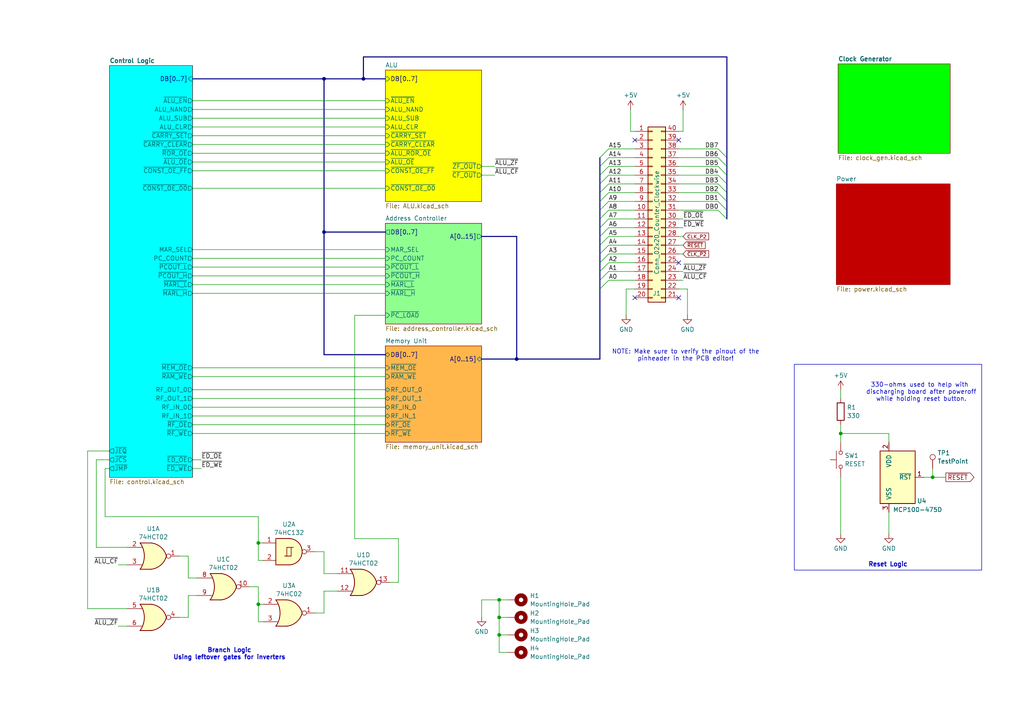
<source format=kicad_sch>
(kicad_sch (version 20231120) (generator "eeschema") (generator_version "8.0")
  (paper "A4")
  (title_block (title "TCPU816") (date "2025-01-31") (rev "1.1") (company "Designed by Kevin Williams - toastland.net") (comment 1 "STILL UNDER DEVELOPMENT"))
  (lib_symbols
    (symbol "74xx:74HC02" (pin_names (offset 1.016))
      (property "Reference" "U" (at 0 1.27 0))
      (property "Value" "74HC02" (at 0 -1.27 0))
      (symbol "74HC02_1_1"
        (arc (start -3.81 -3.81) (mid -2.589 0) (end -3.81 3.81) (stroke (width 0.254)))
        (arc (start -0.6096 -3.81) (mid 2.1842 -2.5851) (end 3.81 0) (stroke (width 0.254)) (fill (type background)))
        (polyline (pts (xy -3.81 -3.81) (xy -0.635 -3.81)) (stroke (width 0.254)) (fill (type background)))
        (polyline (pts (xy -3.81 3.81) (xy -0.635 3.81)) (stroke (width 0.254)) (fill (type background)))
        (polyline (pts (xy -0.635 3.81) (xy -3.81 3.81) (xy -3.81 3.81) (xy -3.556 3.4036) (xy -3.0226 2.2606) (xy -2.6924 1.0414) (xy -2.6162 -0.254) (xy -2.7686 -1.4986) (xy -3.175 -2.7178) (xy -3.81 -3.81) (xy -3.81 -3.81) (xy -0.635 -3.81)) (stroke (width -25.4)) (fill (type background)))
        (arc (start 3.81 0) (mid 2.1915 2.5936) (end -0.6096 3.81) (stroke (width 0.254)) (fill (type background)))
        (pin output inverted (at 7.62 0 180) (length 3.81) (name "~") (number "1"))
        (pin input line (at -7.62 2.54 0) (length 4.318) (name "~") (number "2"))
        (pin input line (at -7.62 -2.54 0) (length 4.318) (name "~") (number "3"))
      )
      (symbol "74HC02_1_2"
        (arc (start 0 -3.81) (mid 3.7934 0) (end 0 3.81) (stroke (width 0.254)) (fill (type background)))
        (polyline (pts (xy 0 3.81) (xy -3.81 3.81) (xy -3.81 -3.81) (xy 0 -3.81)) (stroke (width 0.254)) (fill (type background)))
        (pin output line (at 7.62 0 180) (length 3.81) (name "~") (number "1"))
        (pin input inverted (at -7.62 2.54 0) (length 3.81) (name "~") (number "2"))
        (pin input inverted (at -7.62 -2.54 0) (length 3.81) (name "~") (number "3"))
      )
      (symbol "74HC02_2_1"
        (arc (start -3.81 -3.81) (mid -2.589 0) (end -3.81 3.81) (stroke (width 0.254)))
        (arc (start -0.6096 -3.81) (mid 2.1842 -2.5851) (end 3.81 0) (stroke (width 0.254)) (fill (type background)))
        (polyline (pts (xy -3.81 -3.81) (xy -0.635 -3.81)) (stroke (width 0.254)) (fill (type background)))
        (polyline (pts (xy -3.81 3.81) (xy -0.635 3.81)) (stroke (width 0.254)) (fill (type background)))
        (polyline (pts (xy -0.635 3.81) (xy -3.81 3.81) (xy -3.81 3.81) (xy -3.556 3.4036) (xy -3.0226 2.2606) (xy -2.6924 1.0414) (xy -2.6162 -0.254) (xy -2.7686 -1.4986) (xy -3.175 -2.7178) (xy -3.81 -3.81) (xy -3.81 -3.81) (xy -0.635 -3.81)) (stroke (width -25.4)) (fill (type background)))
        (arc (start 3.81 0) (mid 2.1915 2.5936) (end -0.6096 3.81) (stroke (width 0.254)) (fill (type background)))
        (pin output inverted (at 7.62 0 180) (length 3.81) (name "~") (number "4"))
        (pin input line (at -7.62 2.54 0) (length 4.318) (name "~") (number "5"))
        (pin input line (at -7.62 -2.54 0) (length 4.318) (name "~") (number "6"))
      )
      (symbol "74HC02_2_2"
        (arc (start 0 -3.81) (mid 3.7934 0) (end 0 3.81) (stroke (width 0.254)) (fill (type background)))
        (polyline (pts (xy 0 3.81) (xy -3.81 3.81) (xy -3.81 -3.81) (xy 0 -3.81)) (stroke (width 0.254)) (fill (type background)))
        (pin output line (at 7.62 0 180) (length 3.81) (name "~") (number "4"))
        (pin input inverted (at -7.62 2.54 0) (length 3.81) (name "~") (number "5"))
        (pin input inverted (at -7.62 -2.54 0) (length 3.81) (name "~") (number "6"))
      )
      (symbol "74HC02_3_1"
        (arc (start -3.81 -3.81) (mid -2.589 0) (end -3.81 3.81) (stroke (width 0.254)))
        (arc (start -0.6096 -3.81) (mid 2.1842 -2.5851) (end 3.81 0) (stroke (width 0.254)) (fill (type background)))
        (polyline (pts (xy -3.81 -3.81) (xy -0.635 -3.81)) (stroke (width 0.254)) (fill (type background)))
        (polyline (pts (xy -3.81 3.81) (xy -0.635 3.81)) (stroke (width 0.254)) (fill (type background)))
        (polyline (pts (xy -0.635 3.81) (xy -3.81 3.81) (xy -3.81 3.81) (xy -3.556 3.4036) (xy -3.0226 2.2606) (xy -2.6924 1.0414) (xy -2.6162 -0.254) (xy -2.7686 -1.4986) (xy -3.175 -2.7178) (xy -3.81 -3.81) (xy -3.81 -3.81) (xy -0.635 -3.81)) (stroke (width -25.4)) (fill (type background)))
        (arc (start 3.81 0) (mid 2.1915 2.5936) (end -0.6096 3.81) (stroke (width 0.254)) (fill (type background)))
        (pin output inverted (at 7.62 0 180) (length 3.81) (name "~") (number "10"))
        (pin input line (at -7.62 2.54 0) (length 4.318) (name "~") (number "8"))
        (pin input line (at -7.62 -2.54 0) (length 4.318) (name "~") (number "9"))
      )
      (symbol "74HC02_3_2"
        (arc (start 0 -3.81) (mid 3.7934 0) (end 0 3.81) (stroke (width 0.254)) (fill (type background)))
        (polyline (pts (xy 0 3.81) (xy -3.81 3.81) (xy -3.81 -3.81) (xy 0 -3.81)) (stroke (width 0.254)) (fill (type background)))
        (pin output line (at 7.62 0 180) (length 3.81) (name "~") (number "10"))
        (pin input inverted (at -7.62 2.54 0) (length 3.81) (name "~") (number "8"))
        (pin input inverted (at -7.62 -2.54 0) (length 3.81) (name "~") (number "9"))
      )
      (symbol "74HC02_4_1"
        (arc (start -3.81 -3.81) (mid -2.589 0) (end -3.81 3.81) (stroke (width 0.254)))
        (arc (start -0.6096 -3.81) (mid 2.1842 -2.5851) (end 3.81 0) (stroke (width 0.254)) (fill (type background)))
        (polyline (pts (xy -3.81 -3.81) (xy -0.635 -3.81)) (stroke (width 0.254)) (fill (type background)))
        (polyline (pts (xy -3.81 3.81) (xy -0.635 3.81)) (stroke (width 0.254)) (fill (type background)))
        (polyline (pts (xy -0.635 3.81) (xy -3.81 3.81) (xy -3.81 3.81) (xy -3.556 3.4036) (xy -3.0226 2.2606) (xy -2.6924 1.0414) (xy -2.6162 -0.254) (xy -2.7686 -1.4986) (xy -3.175 -2.7178) (xy -3.81 -3.81) (xy -3.81 -3.81) (xy -0.635 -3.81)) (stroke (width -25.4)) (fill (type background)))
        (arc (start 3.81 0) (mid 2.1915 2.5936) (end -0.6096 3.81) (stroke (width 0.254)) (fill (type background)))
        (pin input line (at -7.62 2.54 0) (length 4.318) (name "~") (number "11"))
        (pin input line (at -7.62 -2.54 0) (length 4.318) (name "~") (number "12"))
        (pin output inverted (at 7.62 0 180) (length 3.81) (name "~") (number "13"))
      )
      (symbol "74HC02_4_2"
        (arc (start 0 -3.81) (mid 3.7934 0) (end 0 3.81) (stroke (width 0.254)) (fill (type background)))
        (polyline (pts (xy 0 3.81) (xy -3.81 3.81) (xy -3.81 -3.81) (xy 0 -3.81)) (stroke (width 0.254)) (fill (type background)))
        (pin input inverted (at -7.62 2.54 0) (length 3.81) (name "~") (number "11"))
        (pin input inverted (at -7.62 -2.54 0) (length 3.81) (name "~") (number "12"))
        (pin output line (at 7.62 0 180) (length 3.81) (name "~") (number "13"))
      )
      (symbol "74HC02_5_0"
        (pin power_in line (at 0 12.7 270) (length 5.08) (name "VCC") (number "14"))
        (pin power_in line (at 0 -12.7 90) (length 5.08) (name "GND") (number "7"))
      )
      (symbol "74HC02_5_1"
        (rectangle (start -5.08 7.62) (end 5.08 -7.62) (stroke (width 0.254)) (fill (type background)))
      )
    )
    (symbol "74xx:74LS132" (pin_names (offset 1.016))
      (property "Reference" "U" (at 0 1.27 0))
      (property "Value" "74LS132" (at 0 -1.27 0))
      (symbol "74LS132_1_0"
        (polyline (pts (xy -0.635 -1.27) (xy -0.635 1.27) (xy 0.635 1.27)))
        (polyline (pts (xy -0.635 -1.27) (xy -0.635 1.27) (xy 0.635 1.27)))
        (polyline (pts (xy -1.27 -1.27) (xy 0.635 -1.27) (xy 0.635 1.27) (xy 1.27 1.27)))
        (polyline (pts (xy -1.27 -1.27) (xy 0.635 -1.27) (xy 0.635 1.27) (xy 1.27 1.27)))
      )
      (symbol "74LS132_1_1"
        (arc (start 0 -3.81) (mid 3.7934 0) (end 0 3.81) (stroke (width 0.254)) (fill (type background)))
        (polyline (pts (xy 0 3.81) (xy -3.81 3.81) (xy -3.81 -3.81) (xy 0 -3.81)) (stroke (width 0.254)) (fill (type background)))
        (pin input line (at -7.62 2.54 0) (length 3.81) (name "~") (number "1"))
        (pin input line (at -7.62 -2.54 0) (length 3.81) (name "~") (number "2"))
        (pin output inverted (at 7.62 0 180) (length 3.81) (name "~") (number "3"))
      )
      (symbol "74LS132_1_2"
        (arc (start -3.81 -3.81) (mid -2.589 0) (end -3.81 3.81) (stroke (width 0.254)))
        (arc (start -0.6096 -3.81) (mid 2.1842 -2.5851) (end 3.81 0) (stroke (width 0.254)) (fill (type background)))
        (polyline (pts (xy -3.81 -3.81) (xy -0.635 -3.81)) (stroke (width 0.254)) (fill (type background)))
        (polyline (pts (xy -3.81 3.81) (xy -0.635 3.81)) (stroke (width 0.254)) (fill (type background)))
        (polyline (pts (xy -0.635 3.81) (xy -3.81 3.81) (xy -3.81 3.81) (xy -3.556 3.4036) (xy -3.0226 2.2606) (xy -2.6924 1.0414) (xy -2.6162 -0.254) (xy -2.7686 -1.4986) (xy -3.175 -2.7178) (xy -3.81 -3.81) (xy -3.81 -3.81) (xy -0.635 -3.81)) (stroke (width -25.4)) (fill (type background)))
        (arc (start 3.81 0) (mid 2.1915 2.5936) (end -0.6096 3.81) (stroke (width 0.254)) (fill (type background)))
        (pin input inverted (at -7.62 2.54 0) (length 4.318) (name "~") (number "1"))
        (pin input inverted (at -7.62 -2.54 0) (length 4.318) (name "~") (number "2"))
        (pin output line (at 7.62 0 180) (length 3.81) (name "~") (number "3"))
      )
      (symbol "74LS132_2_0"
        (polyline (pts (xy -0.635 -1.27) (xy -0.635 1.27) (xy 0.635 1.27)))
        (polyline (pts (xy -0.635 -1.27) (xy -0.635 1.27) (xy 0.635 1.27)))
        (polyline (pts (xy -1.27 -1.27) (xy 0.635 -1.27) (xy 0.635 1.27) (xy 1.27 1.27)))
        (polyline (pts (xy -1.27 -1.27) (xy 0.635 -1.27) (xy 0.635 1.27) (xy 1.27 1.27)))
      )
      (symbol "74LS132_2_1"
        (arc (start 0 -3.81) (mid 3.7934 0) (end 0 3.81) (stroke (width 0.254)) (fill (type background)))
        (polyline (pts (xy 0 3.81) (xy -3.81 3.81) (xy -3.81 -3.81) (xy 0 -3.81)) (stroke (width 0.254)) (fill (type background)))
        (pin input line (at -7.62 2.54 0) (length 3.81) (name "~") (number "4"))
        (pin input line (at -7.62 -2.54 0) (length 3.81) (name "~") (number "5"))
        (pin output inverted (at 7.62 0 180) (length 3.81) (name "~") (number "6"))
      )
      (symbol "74LS132_2_2"
        (arc (start -3.81 -3.81) (mid -2.589 0) (end -3.81 3.81) (stroke (width 0.254)))
        (arc (start -0.6096 -3.81) (mid 2.1842 -2.5851) (end 3.81 0) (stroke (width 0.254)) (fill (type background)))
        (polyline (pts (xy -3.81 -3.81) (xy -0.635 -3.81)) (stroke (width 0.254)) (fill (type background)))
        (polyline (pts (xy -3.81 3.81) (xy -0.635 3.81)) (stroke (width 0.254)) (fill (type background)))
        (polyline (pts (xy -0.635 3.81) (xy -3.81 3.81) (xy -3.81 3.81) (xy -3.556 3.4036) (xy -3.0226 2.2606) (xy -2.6924 1.0414) (xy -2.6162 -0.254) (xy -2.7686 -1.4986) (xy -3.175 -2.7178) (xy -3.81 -3.81) (xy -3.81 -3.81) (xy -0.635 -3.81)) (stroke (width -25.4)) (fill (type background)))
        (arc (start 3.81 0) (mid 2.1915 2.5936) (end -0.6096 3.81) (stroke (width 0.254)) (fill (type background)))
        (pin input inverted (at -7.62 2.54 0) (length 4.318) (name "~") (number "4"))
        (pin input inverted (at -7.62 -2.54 0) (length 4.318) (name "~") (number "5"))
        (pin output line (at 7.62 0 180) (length 3.81) (name "~") (number "6"))
      )
      (symbol "74LS132_3_0"
        (polyline (pts (xy -0.635 -1.27) (xy -0.635 1.27) (xy 0.635 1.27)))
        (polyline (pts (xy -0.635 -1.27) (xy -0.635 1.27) (xy 0.635 1.27)))
        (polyline (pts (xy -1.27 -1.27) (xy 0.635 -1.27) (xy 0.635 1.27) (xy 1.27 1.27)))
        (polyline (pts (xy -1.27 -1.27) (xy 0.635 -1.27) (xy 0.635 1.27) (xy 1.27 1.27)))
      )
      (symbol "74LS132_3_1"
        (arc (start 0 -3.81) (mid 3.7934 0) (end 0 3.81) (stroke (width 0.254)) (fill (type background)))
        (polyline (pts (xy 0 3.81) (xy -3.81 3.81) (xy -3.81 -3.81) (xy 0 -3.81)) (stroke (width 0.254)) (fill (type background)))
        (pin input line (at -7.62 -2.54 0) (length 3.81) (name "~") (number "10"))
        (pin output inverted (at 7.62 0 180) (length 3.81) (name "~") (number "8"))
        (pin input line (at -7.62 2.54 0) (length 3.81) (name "~") (number "9"))
      )
      (symbol "74LS132_3_2"
        (arc (start -3.81 -3.81) (mid -2.589 0) (end -3.81 3.81) (stroke (width 0.254)))
        (arc (start -0.6096 -3.81) (mid 2.1842 -2.5851) (end 3.81 0) (stroke (width 0.254)) (fill (type background)))
        (polyline (pts (xy -3.81 -3.81) (xy -0.635 -3.81)) (stroke (width 0.254)) (fill (type background)))
        (polyline (pts (xy -3.81 3.81) (xy -0.635 3.81)) (stroke (width 0.254)) (fill (type background)))
        (polyline (pts (xy -0.635 3.81) (xy -3.81 3.81) (xy -3.81 3.81) (xy -3.556 3.4036) (xy -3.0226 2.2606) (xy -2.6924 1.0414) (xy -2.6162 -0.254) (xy -2.7686 -1.4986) (xy -3.175 -2.7178) (xy -3.81 -3.81) (xy -3.81 -3.81) (xy -0.635 -3.81)) (stroke (width -25.4)) (fill (type background)))
        (arc (start 3.81 0) (mid 2.1915 2.5936) (end -0.6096 3.81) (stroke (width 0.254)) (fill (type background)))
        (pin input inverted (at -7.62 -2.54 0) (length 4.318) (name "~") (number "10"))
        (pin output line (at 7.62 0 180) (length 3.81) (name "~") (number "8"))
        (pin input inverted (at -7.62 2.54 0) (length 4.318) (name "~") (number "9"))
      )
      (symbol "74LS132_4_0"
        (polyline (pts (xy -0.635 -1.27) (xy -0.635 1.27) (xy 0.635 1.27)))
        (polyline (pts (xy -0.635 -1.27) (xy -0.635 1.27) (xy 0.635 1.27)))
        (polyline (pts (xy -1.27 -1.27) (xy 0.635 -1.27) (xy 0.635 1.27) (xy 1.27 1.27)))
        (polyline (pts (xy -1.27 -1.27) (xy 0.635 -1.27) (xy 0.635 1.27) (xy 1.27 1.27)))
      )
      (symbol "74LS132_4_1"
        (arc (start 0 -3.81) (mid 3.7934 0) (end 0 3.81) (stroke (width 0.254)) (fill (type background)))
        (polyline (pts (xy 0 3.81) (xy -3.81 3.81) (xy -3.81 -3.81) (xy 0 -3.81)) (stroke (width 0.254)) (fill (type background)))
        (pin output inverted (at 7.62 0 180) (length 3.81) (name "~") (number "11"))
        (pin input line (at -7.62 2.54 0) (length 3.81) (name "~") (number "12"))
        (pin input line (at -7.62 -2.54 0) (length 3.81) (name "~") (number "13"))
      )
      (symbol "74LS132_4_2"
        (arc (start -3.81 -3.81) (mid -2.589 0) (end -3.81 3.81) (stroke (width 0.254)))
        (arc (start -0.6096 -3.81) (mid 2.1842 -2.5851) (end 3.81 0) (stroke (width 0.254)) (fill (type background)))
        (polyline (pts (xy -3.81 -3.81) (xy -0.635 -3.81)) (stroke (width 0.254)) (fill (type background)))
        (polyline (pts (xy -3.81 3.81) (xy -0.635 3.81)) (stroke (width 0.254)) (fill (type background)))
        (polyline (pts (xy -0.635 3.81) (xy -3.81 3.81) (xy -3.81 3.81) (xy -3.556 3.4036) (xy -3.0226 2.2606) (xy -2.6924 1.0414) (xy -2.6162 -0.254) (xy -2.7686 -1.4986) (xy -3.175 -2.7178) (xy -3.81 -3.81) (xy -3.81 -3.81) (xy -0.635 -3.81)) (stroke (width -25.4)) (fill (type background)))
        (arc (start 3.81 0) (mid 2.1915 2.5936) (end -0.6096 3.81) (stroke (width 0.254)) (fill (type background)))
        (pin output line (at 7.62 0 180) (length 3.81) (name "~") (number "11"))
        (pin input inverted (at -7.62 2.54 0) (length 4.318) (name "~") (number "12"))
        (pin input inverted (at -7.62 -2.54 0) (length 4.318) (name "~") (number "13"))
      )
      (symbol "74LS132_5_0"
        (pin power_in line (at 0 12.7 270) (length 5.08) (name "VCC") (number "14"))
        (pin power_in line (at 0 -12.7 90) (length 5.08) (name "GND") (number "7"))
      )
      (symbol "74LS132_5_1"
        (rectangle (start -5.08 7.62) (end 5.08 -7.62) (stroke (width 0.254)) (fill (type background)))
      )
    )
    (symbol "Connector:TestPoint" (pin_numbers hide) (pin_names (offset 0.762) hide)
      (property "Reference" "TP" (at 0 6.858 0))
      (property "Value" "TestPoint" (at 0 5.08 0))
      (symbol "TestPoint_0_1"
        (circle (center 0 3.302) (radius 0.762))
      )
      (symbol "TestPoint_1_1"
        (pin passive line (at 0 0 90) (length 2.54) (name "1") (number "1"))
      )
    )
    (symbol "Connector_Generic:Conn_02x20_Counter_Clockwise" (pin_names (offset 1.016) hide)
      (property "Reference" "J" (at 1.27 25.4 0))
      (property "Value" "Conn_02x20_Counter_Clockwise" (at 1.27 -27.94 0))
      (symbol "Conn_02x20_Counter_Clockwise_1_1"
        (rectangle (start -1.27 -25.273) (end 0 -25.527) (stroke (width 0.1524)))
        (rectangle (start -1.27 -22.733) (end 0 -22.987) (stroke (width 0.1524)))
        (rectangle (start -1.27 -20.193) (end 0 -20.447) (stroke (width 0.1524)))
        (rectangle (start -1.27 -17.653) (end 0 -17.907) (stroke (width 0.1524)))
        (rectangle (start -1.27 -15.113) (end 0 -15.367) (stroke (width 0.1524)))
        (rectangle (start -1.27 -12.573) (end 0 -12.827) (stroke (width 0.1524)))
        (rectangle (start -1.27 -10.033) (end 0 -10.287) (stroke (width 0.1524)))
        (rectangle (start -1.27 -7.493) (end 0 -7.747) (stroke (width 0.1524)))
        (rectangle (start -1.27 -4.953) (end 0 -5.207) (stroke (width 0.1524)))
        (rectangle (start -1.27 -2.413) (end 0 -2.667) (stroke (width 0.1524)))
        (rectangle (start -1.27 0.127) (end 0 -0.127) (stroke (width 0.1524)))
        (rectangle (start -1.27 2.667) (end 0 2.413) (stroke (width 0.1524)))
        (rectangle (start -1.27 5.207) (end 0 4.953) (stroke (width 0.1524)))
        (rectangle (start -1.27 7.747) (end 0 7.493) (stroke (width 0.1524)))
        (rectangle (start -1.27 10.287) (end 0 10.033) (stroke (width 0.1524)))
        (rectangle (start -1.27 12.827) (end 0 12.573) (stroke (width 0.1524)))
        (rectangle (start -1.27 15.367) (end 0 15.113) (stroke (width 0.1524)))
        (rectangle (start -1.27 17.907) (end 0 17.653) (stroke (width 0.1524)))
        (rectangle (start -1.27 20.447) (end 0 20.193) (stroke (width 0.1524)))
        (rectangle (start -1.27 22.987) (end 0 22.733) (stroke (width 0.1524)))
        (rectangle (start -1.27 24.13) (end 3.81 -26.67) (stroke (width 0.254)) (fill (type background)))
        (rectangle (start 3.81 -25.273) (end 2.54 -25.527) (stroke (width 0.1524)))
        (rectangle (start 3.81 -22.733) (end 2.54 -22.987) (stroke (width 0.1524)))
        (rectangle (start 3.81 -20.193) (end 2.54 -20.447) (stroke (width 0.1524)))
        (rectangle (start 3.81 -17.653) (end 2.54 -17.907) (stroke (width 0.1524)))
        (rectangle (start 3.81 -15.113) (end 2.54 -15.367) (stroke (width 0.1524)))
        (rectangle (start 3.81 -12.573) (end 2.54 -12.827) (stroke (width 0.1524)))
        (rectangle (start 3.81 -10.033) (end 2.54 -10.287) (stroke (width 0.1524)))
        (rectangle (start 3.81 -7.493) (end 2.54 -7.747) (stroke (width 0.1524)))
        (rectangle (start 3.81 -4.953) (end 2.54 -5.207) (stroke (width 0.1524)))
        (rectangle (start 3.81 -2.413) (end 2.54 -2.667) (stroke (width 0.1524)))
        (rectangle (start 3.81 0.127) (end 2.54 -0.127) (stroke (width 0.1524)))
        (rectangle (start 3.81 2.667) (end 2.54 2.413) (stroke (width 0.1524)))
        (rectangle (start 3.81 5.207) (end 2.54 4.953) (stroke (width 0.1524)))
        (rectangle (start 3.81 7.747) (end 2.54 7.493) (stroke (width 0.1524)))
        (rectangle (start 3.81 10.287) (end 2.54 10.033) (stroke (width 0.1524)))
        (rectangle (start 3.81 12.827) (end 2.54 12.573) (stroke (width 0.1524)))
        (rectangle (start 3.81 15.367) (end 2.54 15.113) (stroke (width 0.1524)))
        (rectangle (start 3.81 17.907) (end 2.54 17.653) (stroke (width 0.1524)))
        (rectangle (start 3.81 20.447) (end 2.54 20.193) (stroke (width 0.1524)))
        (rectangle (start 3.81 22.987) (end 2.54 22.733) (stroke (width 0.1524)))
        (pin passive line (at -5.08 22.86 0) (length 3.81) (name "Pin_1") (number "1"))
        (pin passive line (at -5.08 0 0) (length 3.81) (name "Pin_10") (number "10"))
        (pin passive line (at -5.08 -2.54 0) (length 3.81) (name "Pin_11") (number "11"))
        (pin passive line (at -5.08 -5.08 0) (length 3.81) (name "Pin_12") (number "12"))
        (pin passive line (at -5.08 -7.62 0) (length 3.81) (name "Pin_13") (number "13"))
        (pin passive line (at -5.08 -10.16 0) (length 3.81) (name "Pin_14") (number "14"))
        (pin passive line (at -5.08 -12.7 0) (length 3.81) (name "Pin_15") (number "15"))
        (pin passive line (at -5.08 -15.24 0) (length 3.81) (name "Pin_16") (number "16"))
        (pin passive line (at -5.08 -17.78 0) (length 3.81) (name "Pin_17") (number "17"))
        (pin passive line (at -5.08 -20.32 0) (length 3.81) (name "Pin_18") (number "18"))
        (pin passive line (at -5.08 -22.86 0) (length 3.81) (name "Pin_19") (number "19"))
        (pin passive line (at -5.08 20.32 0) (length 3.81) (name "Pin_2") (number "2"))
        (pin passive line (at -5.08 -25.4 0) (length 3.81) (name "Pin_20") (number "20"))
        (pin passive line (at 7.62 -25.4 180) (length 3.81) (name "Pin_21") (number "21"))
        (pin passive line (at 7.62 -22.86 180) (length 3.81) (name "Pin_22") (number "22"))
        (pin passive line (at 7.62 -20.32 180) (length 3.81) (name "Pin_23") (number "23"))
        (pin passive line (at 7.62 -17.78 180) (length 3.81) (name "Pin_24") (number "24"))
        (pin passive line (at 7.62 -15.24 180) (length 3.81) (name "Pin_25") (number "25"))
        (pin passive line (at 7.62 -12.7 180) (length 3.81) (name "Pin_26") (number "26"))
        (pin passive line (at 7.62 -10.16 180) (length 3.81) (name "Pin_27") (number "27"))
        (pin passive line (at 7.62 -7.62 180) (length 3.81) (name "Pin_28") (number "28"))
        (pin passive line (at 7.62 -5.08 180) (length 3.81) (name "Pin_29") (number "29"))
        (pin passive line (at -5.08 17.78 0) (length 3.81) (name "Pin_3") (number "3"))
        (pin passive line (at 7.62 -2.54 180) (length 3.81) (name "Pin_30") (number "30"))
        (pin passive line (at 7.62 0 180) (length 3.81) (name "Pin_31") (number "31"))
        (pin passive line (at 7.62 2.54 180) (length 3.81) (name "Pin_32") (number "32"))
        (pin passive line (at 7.62 5.08 180) (length 3.81) (name "Pin_33") (number "33"))
        (pin passive line (at 7.62 7.62 180) (length 3.81) (name "Pin_34") (number "34"))
        (pin passive line (at 7.62 10.16 180) (length 3.81) (name "Pin_35") (number "35"))
        (pin passive line (at 7.62 12.7 180) (length 3.81) (name "Pin_36") (number "36"))
        (pin passive line (at 7.62 15.24 180) (length 3.81) (name "Pin_37") (number "37"))
        (pin passive line (at 7.62 17.78 180) (length 3.81) (name "Pin_38") (number "38"))
        (pin passive line (at 7.62 20.32 180) (length 3.81) (name "Pin_39") (number "39"))
        (pin passive line (at -5.08 15.24 0) (length 3.81) (name "Pin_4") (number "4"))
        (pin passive line (at 7.62 22.86 180) (length 3.81) (name "Pin_40") (number "40"))
        (pin passive line (at -5.08 12.7 0) (length 3.81) (name "Pin_5") (number "5"))
        (pin passive line (at -5.08 10.16 0) (length 3.81) (name "Pin_6") (number "6"))
        (pin passive line (at -5.08 7.62 0) (length 3.81) (name "Pin_7") (number "7"))
        (pin passive line (at -5.08 5.08 0) (length 3.81) (name "Pin_8") (number "8"))
        (pin passive line (at -5.08 2.54 0) (length 3.81) (name "Pin_9") (number "9"))
      )
    )
    (symbol "Device:R" (pin_numbers hide) (pin_names (offset 0))
      (property "Reference" "R" (at 2.032 0 90))
      (property "Value" "R" (at 0 0 90))
      (symbol "R_0_1"
        (rectangle (start -1.016 -2.54) (end 1.016 2.54) (stroke (width 0.254)))
      )
      (symbol "R_1_1"
        (pin passive line (at 0 3.81 270) (length 1.27) (name "~") (number "1"))
        (pin passive line (at 0 -3.81 90) (length 1.27) (name "~") (number "2"))
      )
    )
    (symbol "Mechanical:MountingHole_Pad" (pin_numbers hide) (pin_names (offset 1.016) hide) (exclude_from_sim yes) (in_bom no)
      (property "Reference" "H" (at 0 6.35 0))
      (property "Value" "MountingHole_Pad" (at 0 4.445 0))
      (symbol "MountingHole_Pad_0_1"
        (circle (center 0 1.27) (radius 1.27) (stroke (width 1.27)))
      )
      (symbol "MountingHole_Pad_1_1"
        (pin input line (at 0 -2.54 90) (length 2.54) (name "1") (number "1"))
      )
    )
    (symbol "Power_Supervisor:MCP100-475D" (pin_names (offset 1.016))
      (property "Reference" "U" (at 0 8.89 0))
      (property "Value" "MCP100-475D" (at -1.27 -8.89 0))
      (symbol "MCP100-475D_1_1"
        (rectangle (start -5.08 7.62) (end 5.08 -7.62) (stroke (width 0.254)) (fill (type background)))
        (pin output line (at 7.62 0 180) (length 2.54) (name "~{RST}") (number "1"))
        (pin power_in line (at -2.54 10.16 270) (length 2.54) (name "VDD") (number "2"))
        (pin power_in line (at -2.54 -10.16 90) (length 2.54) (name "VSS") (number "3"))
      )
    )
    (symbol "Switch:SW_Push" (pin_numbers hide) (pin_names (offset 1.016) hide)
      (property "Reference" "SW" (at 1.27 2.54 0))
      (property "Value" "SW_Push" (at 0 -1.524 0))
      (symbol "SW_Push_0_1"
        (circle (center -2.032 0) (radius 0.508))
        (polyline (pts (xy 0 1.27) (xy 0 3.048)))
        (polyline (pts (xy 2.54 1.27) (xy -2.54 1.27)))
        (circle (center 2.032 0) (radius 0.508))
        (pin passive line (at -5.08 0 0) (length 2.54) (name "1") (number "1"))
        (pin passive line (at 5.08 0 180) (length 2.54) (name "2") (number "2"))
      )
    )
    (symbol "power:+5V" (power) (pin_numbers hide) (pin_names (offset 0) hide)
      (property "Value" "+5V" (at 0 3.556 0))
      (symbol "+5V_0_1"
        (polyline (pts (xy -0.762 1.27) (xy 0 2.54)))
        (polyline (pts (xy 0 0) (xy 0 2.54)))
        (polyline (pts (xy 0 2.54) (xy 0.762 1.27)))
      )
      (symbol "+5V_1_1"
        (pin power_in line (at 0 0 90) (length 0) (name "~") (number "1"))
      )
    )
    (symbol "power:GND" (power) (pin_numbers hide) (pin_names (offset 0) hide)
      (property "Value" "GND" (at 0 -3.81 0))
      (symbol "GND_0_1"
        (polyline (pts (xy 0 0) (xy 0 -1.27) (xy 1.27 -1.27) (xy 0 -2.54) (xy -1.27 -1.27) (xy 0 -1.27)))
      )
      (symbol "GND_1_1"
        (pin power_in line (at 0 0 270) (length 0) (name "~") (number "1"))
      )
    )
  )
  (junction (at 93.98 67.31))
  (junction (at 144.78 173.99))
  (junction (at 270.51 138.43))
  (junction (at 74.93 157.48))
  (junction (at 93.98 22.86))
  (junction (at 144.78 179.07))
  (junction (at 243.84 125.73))
  (junction (at 105.41 22.86))
  (junction (at 144.78 184.15))
  (junction (at 149.86 104.14))
  (junction (at 74.93 175.26))
  (no_connect (at 196.85 76.2))
  (no_connect (at 184.15 86.36))
  (no_connect (at 184.15 40.64))
  (no_connect (at 196.85 40.64))
  (no_connect (at 196.85 86.36))
  (bus_entry (at 173.99 53.34) (size 2.54 -2.54))
  (bus_entry (at 208.28 43.18) (size 2.54 2.54))
  (bus_entry (at 173.99 60.96) (size 2.54 -2.54))
  (bus_entry (at 208.28 45.72) (size 2.54 2.54))
  (bus_entry (at 208.28 60.96) (size 2.54 2.54))
  (bus_entry (at 208.28 48.26) (size 2.54 2.54))
  (bus_entry (at 173.99 50.8) (size 2.54 -2.54))
  (bus_entry (at 173.99 58.42) (size 2.54 -2.54))
  (bus_entry (at 173.99 71.12) (size 2.54 -2.54))
  (bus_entry (at 173.99 55.88) (size 2.54 -2.54))
  (bus_entry (at 208.28 50.8) (size 2.54 2.54))
  (bus_entry (at 208.28 58.42) (size 2.54 2.54))
  (bus_entry (at 173.99 81.28) (size 2.54 -2.54))
  (bus_entry (at 173.99 73.66) (size 2.54 -2.54))
  (bus_entry (at 173.99 83.82) (size 2.54 -2.54))
  (bus_entry (at 173.99 78.74) (size 2.54 -2.54))
  (bus_entry (at 173.99 66.04) (size 2.54 -2.54))
  (bus_entry (at 173.99 76.2) (size 2.54 -2.54))
  (bus_entry (at 208.28 53.34) (size 2.54 2.54))
  (bus_entry (at 208.28 55.88) (size 2.54 2.54))
  (bus_entry (at 173.99 45.72) (size 2.54 -2.54))
  (bus_entry (at 173.99 68.58) (size 2.54 -2.54))
  (bus_entry (at 173.99 63.5) (size 2.54 -2.54))
  (bus_entry (at 173.99 48.26) (size 2.54 -2.54))
  (bus (pts (xy 173.99 81.28) (xy 173.99 83.82)))
  (bus (pts (xy 173.99 63.5) (xy 173.99 66.04)))
  (wire (pts (xy 55.88 125.73) (xy 111.76 125.73)))
  (bus (pts (xy 173.99 45.72) (xy 173.99 48.26)))
  (wire (pts (xy 74.93 157.48) (xy 76.2 157.48)))
  (wire (pts (xy 93.98 166.37) (xy 93.98 160.02)))
  (wire (pts (xy 196.85 73.66) (xy 198.12 73.66)))
  (wire (pts (xy 176.53 55.88) (xy 184.15 55.88)))
  (wire (pts (xy 55.88 118.11) (xy 111.76 118.11)))
  (bus (pts (xy 173.99 48.26) (xy 173.99 50.8)))
  (wire (pts (xy 27.94 158.75) (xy 27.94 133.35)))
  (wire (pts (xy 144.78 184.15) (xy 147.32 184.15)))
  (bus (pts (xy 210.82 60.96) (xy 210.82 63.5)))
  (bus (pts (xy 93.98 102.87) (xy 93.98 67.31)))
  (wire (pts (xy 257.81 128.27) (xy 257.81 125.73)))
  (bus (pts (xy 111.76 67.31) (xy 93.98 67.31)))
  (wire (pts (xy 25.4 130.81) (xy 31.75 130.81)))
  (wire (pts (xy 30.48 149.86) (xy 74.93 149.86)))
  (wire (pts (xy 176.53 76.2) (xy 184.15 76.2)))
  (wire (pts (xy 257.81 148.59) (xy 257.81 154.94)))
  (wire (pts (xy 115.57 168.91) (xy 113.03 168.91)))
  (wire (pts (xy 55.88 80.01) (xy 111.76 80.01)))
  (wire (pts (xy 176.53 43.18) (xy 184.15 43.18)))
  (wire (pts (xy 31.75 135.89) (xy 30.48 135.89)))
  (wire (pts (xy 54.61 161.29) (xy 52.07 161.29)))
  (wire (pts (xy 196.85 58.42) (xy 208.28 58.42)))
  (bus (pts (xy 149.86 68.58) (xy 139.7 68.58)))
  (wire (pts (xy 74.93 149.86) (xy 74.93 157.48)))
  (bus (pts (xy 173.99 58.42) (xy 173.99 60.96)))
  (wire (pts (xy 93.98 177.8) (xy 93.98 171.45)))
  (wire (pts (xy 55.88 135.89) (xy 58.42 135.89)))
  (wire (pts (xy 144.78 179.07) (xy 144.78 173.99)))
  (wire (pts (xy 54.61 172.72) (xy 57.15 172.72)))
  (wire (pts (xy 57.15 167.64) (xy 54.61 167.64)))
  (bus (pts (xy 173.99 60.96) (xy 173.99 63.5)))
  (bus (pts (xy 210.82 53.34) (xy 210.82 50.8)))
  (wire (pts (xy 97.79 166.37) (xy 93.98 166.37)))
  (bus (pts (xy 173.99 68.58) (xy 173.99 71.12)))
  (bus (pts (xy 93.98 22.86) (xy 105.41 22.86)))
  (wire (pts (xy 270.51 135.89) (xy 270.51 138.43)))
  (wire (pts (xy 243.84 113.03) (xy 243.84 115.57)))
  (wire (pts (xy 196.85 71.12) (xy 198.12 71.12)))
  (wire (pts (xy 36.83 181.61) (xy 34.29 181.61)))
  (bus (pts (xy 210.82 58.42) (xy 210.82 60.96)))
  (wire (pts (xy 196.85 81.28) (xy 198.12 81.28)))
  (wire (pts (xy 102.87 156.21) (xy 115.57 156.21)))
  (wire (pts (xy 74.93 180.34) (xy 74.93 175.26)))
  (wire (pts (xy 144.78 173.99) (xy 147.32 173.99)))
  (wire (pts (xy 196.85 60.96) (xy 208.28 60.96)))
  (wire (pts (xy 196.85 43.18) (xy 208.28 43.18)))
  (wire (pts (xy 36.83 176.53) (xy 25.4 176.53)))
  (wire (pts (xy 196.85 38.1) (xy 198.12 38.1)))
  (wire (pts (xy 55.88 85.09) (xy 111.76 85.09)))
  (wire (pts (xy 55.88 109.22) (xy 111.76 109.22)))
  (wire (pts (xy 55.88 41.91) (xy 111.76 41.91)))
  (wire (pts (xy 181.61 83.82) (xy 181.61 91.44)))
  (wire (pts (xy 55.88 115.57) (xy 111.76 115.57)))
  (bus (pts (xy 173.99 83.82) (xy 173.99 104.14)))
  (bus (pts (xy 173.99 55.88) (xy 173.99 58.42)))
  (wire (pts (xy 243.84 125.73) (xy 257.81 125.73)))
  (wire (pts (xy 55.88 49.53) (xy 111.76 49.53)))
  (wire (pts (xy 199.39 83.82) (xy 199.39 91.44)))
  (wire (pts (xy 55.88 72.39) (xy 111.76 72.39)))
  (wire (pts (xy 139.7 179.07) (xy 139.7 173.99)))
  (bus (pts (xy 173.99 78.74) (xy 173.99 81.28)))
  (wire (pts (xy 181.61 83.82) (xy 184.15 83.82)))
  (wire (pts (xy 176.53 48.26) (xy 184.15 48.26)))
  (wire (pts (xy 55.88 29.21) (xy 111.76 29.21)))
  (bus (pts (xy 149.86 104.14) (xy 149.86 68.58)))
  (bus (pts (xy 173.99 73.66) (xy 173.99 76.2)))
  (bus (pts (xy 210.82 48.26) (xy 210.82 45.72)))
  (bus (pts (xy 173.99 53.34) (xy 173.99 55.88)))
  (bus (pts (xy 105.41 16.51) (xy 105.41 22.86)))
  (wire (pts (xy 76.2 180.34) (xy 74.93 180.34)))
  (wire (pts (xy 196.85 50.8) (xy 208.28 50.8)))
  (wire (pts (xy 144.78 184.15) (xy 144.78 179.07)))
  (wire (pts (xy 267.97 138.43) (xy 270.51 138.43)))
  (wire (pts (xy 139.7 50.8) (xy 143.51 50.8)))
  (wire (pts (xy 52.07 179.07) (xy 54.61 179.07)))
  (bus (pts (xy 111.76 102.87) (xy 93.98 102.87)))
  (wire (pts (xy 182.88 31.75) (xy 182.88 38.1)))
  (wire (pts (xy 144.78 179.07) (xy 147.32 179.07)))
  (wire (pts (xy 139.7 48.26) (xy 143.51 48.26)))
  (wire (pts (xy 36.83 158.75) (xy 27.94 158.75)))
  (wire (pts (xy 30.48 135.89) (xy 30.48 149.86)))
  (wire (pts (xy 55.88 113.03) (xy 111.76 113.03)))
  (wire (pts (xy 243.84 123.19) (xy 243.84 125.73)))
  (bus (pts (xy 173.99 66.04) (xy 173.99 68.58)))
  (bus (pts (xy 149.86 104.14) (xy 173.99 104.14)))
  (bus (pts (xy 210.82 58.42) (xy 210.82 55.88)))
  (bus (pts (xy 210.82 50.8) (xy 210.82 48.26)))
  (wire (pts (xy 243.84 138.43) (xy 243.84 154.94)))
  (wire (pts (xy 55.88 39.37) (xy 111.76 39.37)))
  (wire (pts (xy 196.85 53.34) (xy 208.28 53.34)))
  (wire (pts (xy 243.84 125.73) (xy 243.84 128.27)))
  (wire (pts (xy 55.88 31.75) (xy 111.76 31.75)))
  (wire (pts (xy 55.88 123.19) (xy 111.76 123.19)))
  (wire (pts (xy 55.88 44.45) (xy 111.76 44.45)))
  (wire (pts (xy 196.85 78.74) (xy 198.12 78.74)))
  (wire (pts (xy 55.88 74.93) (xy 111.76 74.93)))
  (bus (pts (xy 173.99 76.2) (xy 173.99 78.74)))
  (wire (pts (xy 55.88 106.68) (xy 111.76 106.68)))
  (wire (pts (xy 27.94 133.35) (xy 31.75 133.35)))
  (wire (pts (xy 176.53 50.8) (xy 184.15 50.8)))
  (wire (pts (xy 176.53 68.58) (xy 184.15 68.58)))
  (wire (pts (xy 270.51 138.43) (xy 274.32 138.43)))
  (wire (pts (xy 54.61 167.64) (xy 54.61 161.29)))
  (bus (pts (xy 173.99 50.8) (xy 173.99 53.34)))
  (wire (pts (xy 176.53 63.5) (xy 184.15 63.5)))
  (wire (pts (xy 36.83 163.83) (xy 34.29 163.83)))
  (wire (pts (xy 91.44 177.8) (xy 93.98 177.8)))
  (bus (pts (xy 210.82 55.88) (xy 210.82 53.34)))
  (wire (pts (xy 55.88 34.29) (xy 111.76 34.29)))
  (wire (pts (xy 55.88 36.83) (xy 111.76 36.83)))
  (wire (pts (xy 196.85 48.26) (xy 208.28 48.26)))
  (wire (pts (xy 55.88 54.61) (xy 111.76 54.61)))
  (wire (pts (xy 55.88 82.55) (xy 111.76 82.55)))
  (wire (pts (xy 55.88 133.35) (xy 58.42 133.35)))
  (wire (pts (xy 176.53 45.72) (xy 184.15 45.72)))
  (wire (pts (xy 176.53 53.34) (xy 184.15 53.34)))
  (wire (pts (xy 196.85 68.58) (xy 198.12 68.58)))
  (bus (pts (xy 210.82 16.51) (xy 210.82 45.72)))
  (wire (pts (xy 196.85 66.04) (xy 198.12 66.04)))
  (bus (pts (xy 105.41 22.86) (xy 111.76 22.86)))
  (wire (pts (xy 196.85 83.82) (xy 199.39 83.82)))
  (wire (pts (xy 196.85 45.72) (xy 208.28 45.72)))
  (wire (pts (xy 196.85 63.5) (xy 198.12 63.5)))
  (wire (pts (xy 196.85 55.88) (xy 208.28 55.88)))
  (wire (pts (xy 25.4 176.53) (xy 25.4 130.81)))
  (wire (pts (xy 74.93 157.48) (xy 74.93 162.56)))
  (wire (pts (xy 55.88 77.47) (xy 111.76 77.47)))
  (bus (pts (xy 139.7 104.14) (xy 149.86 104.14)))
  (wire (pts (xy 74.93 170.18) (xy 74.93 175.26)))
  (wire (pts (xy 176.53 73.66) (xy 184.15 73.66)))
  (wire (pts (xy 182.88 38.1) (xy 184.15 38.1)))
  (wire (pts (xy 102.87 91.44) (xy 102.87 156.21)))
  (wire (pts (xy 176.53 66.04) (xy 184.15 66.04)))
  (bus (pts (xy 55.88 22.86) (xy 93.98 22.86)))
  (wire (pts (xy 198.12 31.75) (xy 198.12 38.1)))
  (wire (pts (xy 93.98 171.45) (xy 97.79 171.45)))
  (wire (pts (xy 147.32 189.23) (xy 144.78 189.23)))
  (wire (pts (xy 111.76 91.44) (xy 102.87 91.44)))
  (wire (pts (xy 55.88 120.65) (xy 111.76 120.65)))
  (bus (pts (xy 105.41 16.51) (xy 210.82 16.51)))
  (wire (pts (xy 144.78 189.23) (xy 144.78 184.15)))
  (wire (pts (xy 176.53 78.74) (xy 184.15 78.74)))
  (bus (pts (xy 173.99 71.12) (xy 173.99 73.66)))
  (wire (pts (xy 115.57 156.21) (xy 115.57 168.91)))
  (wire (pts (xy 54.61 179.07) (xy 54.61 172.72)))
  (wire (pts (xy 74.93 170.18) (xy 72.39 170.18)))
  (wire (pts (xy 93.98 160.02) (xy 91.44 160.02)))
  (wire (pts (xy 76.2 162.56) (xy 74.93 162.56)))
  (wire (pts (xy 176.53 71.12) (xy 184.15 71.12)))
  (wire (pts (xy 139.7 173.99) (xy 144.78 173.99)))
  (wire (pts (xy 55.88 46.99) (xy 111.76 46.99)))
  (wire (pts (xy 176.53 58.42) (xy 184.15 58.42)))
  (wire (pts (xy 176.53 60.96) (xy 184.15 60.96)))
  (bus (pts (xy 93.98 67.31) (xy 93.98 22.86)))
  (wire (pts (xy 176.53 81.28) (xy 184.15 81.28)))
  (wire (pts (xy 74.93 175.26) (xy 76.2 175.26)))
  (rectangle (start 230.378 105.664) (end 284.734 165.354))
  (text "Branch Logic\nUsing leftover gates for inverters" (at 66.548 189.738 0) (effects (font (size 1.27 1.27) (thickness 0.254) (bold yes))))
  (text "330-ohms used to help with \ndischarging board after poweroff\nwhile holding reset button." (at 267.208 113.792 0) (effects (font (size 1.27 1.27))))
  (text "NOTE: Make sure to verify the pinout of the\npinheader in the PCB editor!" (at 198.882 103.124 0) (effects (font (size 1.27 1.27))))
  (text "Reset Logic" (at 257.556 163.83 0) (effects (font (size 1.27 1.27) (thickness 0.254) (bold yes))))
  (label "A5" (at 176.53 68.58 0))
  (label "A9" (at 176.53 58.42 0))
  (label "DB0" (at 204.47 60.96 0))
  (label "A3" (at 176.53 73.66 0))
  (label "A15" (at 176.53 43.18 0))
  (label "A0" (at 176.53 81.28 0))
  (label "A11" (at 176.53 53.34 0))
  (label "DB1" (at 204.47 58.42 0))
  (label "A7" (at 176.53 63.5 0))
  (label "~{ALU_CF}" (at 143.51 50.8 0))
  (label "DB7" (at 204.47 43.18 0))
  (label "~{ED_WE}" (at 58.42 135.89 0))
  (label "A6" (at 176.53 66.04 0))
  (label "A2" (at 176.53 76.2 0))
  (label "A14" (at 176.53 45.72 0))
  (label "A1" (at 176.53 78.74 0))
  (label "~{ALU_ZF}" (at 34.29 181.61 180))
  (label "A10" (at 176.53 55.88 0))
  (label "~{ED_OE}" (at 58.42 133.35 0))
  (label "~{ALU_CF}" (at 198.12 81.28 0))
  (label "A12" (at 176.53 50.8 0))
  (label "~{ALU_CF}" (at 34.29 163.83 180))
  (label "DB5" (at 204.47 48.26 0))
  (label "A8" (at 176.53 60.96 0))
  (label "DB2" (at 204.47 55.88 0))
  (label "A4" (at 176.53 71.12 0))
  (label "DB3" (at 204.47 53.34 0))
  (label "~{ALU_ZF}" (at 143.51 48.26 0))
  (label "DB4" (at 204.47 50.8 0))
  (label "A13" (at 176.53 48.26 0))
  (label "DB6" (at 204.47 45.72 0))
  (label "~{ED_OE}" (at 198.12 63.5 0))
  (label "~{ALU_ZF}" (at 198.12 78.74 0))
  (label "~{ED_WE}" (at 198.12 66.04 0))
  (global_label "~{CLK_P2}" (shape input) (at 198.12 73.66 0) (effects (font (size 1 1))) (property "Intersheetrefs" "${INTERSHEET_REFS}" (effects (hide yes))))
  (global_label "~{RESET}" (shape input) (at 198.12 71.12 0) (effects (font (size 1 1))) (property "Intersheetrefs" "${INTERSHEET_REFS}" (effects (hide yes))))
  (global_label "CLK_P2" (shape input) (at 198.12 68.58 0) (effects (font (size 1 1))) (property "Intersheetrefs" "${INTERSHEET_REFS}" (effects (hide yes))))
  (global_label "~{RESET}" (shape output) (at 274.32 138.43 0) (property "Intersheetrefs" "${INTERSHEET_REFS}" (effects (hide yes))))
  (symbol (lib_id "Mechanical:MountingHole_Pad") (at 149.86 173.99 270) (unit 1) (exclude_from_sim yes) (in_bom no)
    (property "Reference" "H1" (at 153.67 172.7778 90) (effects (justify left)))
    (property "Value" "MountingHole_Pad" (at 153.67 175.2021 90) (effects (justify left)))
    (property "Footprint" "MountingHole:MountingHole_2.5mm_Pad_Via" (effects (hide yes)))
    (property "Description" "Mounting Hole with connection" (effects (hide yes)))
  )
  (symbol (lib_id "Connector:TestPoint") (at 270.51 135.89 0) (unit 1)
    (property "Reference" "TP1" (at 271.907 131.3758 0) (effects (justify left)))
    (property "Value" "TestPoint" (at 271.907 133.8001 0) (effects (justify left)))
    (property "Footprint" "TestPoint:TestPoint_Pad_1.0x1.0mm" (effects (hide yes)))
    (property "Description" "test point" (effects (hide yes)))
  )
  (symbol (lib_id "power:GND") (at 243.84 154.94 0) (unit 1)
    (property "Reference" "#PWR07" (effects (hide yes)))
    (property "Value" "GND" (at 243.84 159.0731 0))
    (property "Description" "Power symbol creates a global label with name \"GND\" , ground" (effects (hide yes)))
  )
  (symbol (lib_id "power:+5V") (at 182.88 31.75 0) (unit 1)
    (property "Reference" "#PWR03" (effects (hide yes)))
    (property "Value" "+5V" (at 182.88 27.6169 0))
    (property "Description" "Power symbol creates a global label with name \"+5V\"" (effects (hide yes)))
  )
  (symbol (lib_id "Switch:SW_Push") (at 243.84 133.35 90) (unit 1)
    (property "Reference" "SW1" (at 244.983 132.1378 90) (effects (justify right)))
    (property "Value" "RESET" (at 244.983 134.5621 90) (effects (justify right)))
    (property "Footprint" "Button_Switch_THT:SW_PUSH_6mm" (effects (hide yes)))
    (property "Description" "Push button switch, generic, two pins" (effects (hide yes)))
  )
  (symbol (lib_id "Power_Supervisor:MCP100-475D") (at 260.35 138.43 0) (unit 1)
    (property "Reference" "U4" (at 268.732 145.288 0) (effects (justify right)))
    (property "Value" "MCP100-475D" (at 273.304 147.828 0) (effects (justify right)))
    (property "Footprint" "Package_TO_SOT_THT:TO-92L_Inline_Wide" (effects (hide yes)))
    (property "Datasheet" "http://ww1.microchip.com/downloads/en/DeviceDoc/11187f.pdf" (effects (hide yes)))
    (property "Description" "Microcontroller reset monitor, 4.75V threshold, active low output" (effects (hide yes)))
  )
  (symbol (lib_id "Mechanical:MountingHole_Pad") (at 149.86 179.07 270) (unit 1) (exclude_from_sim yes) (in_bom no)
    (property "Reference" "H2" (at 153.67 177.8578 90) (effects (justify left)))
    (property "Value" "MountingHole_Pad" (at 153.67 180.2821 90) (effects (justify left)))
    (property "Footprint" "MountingHole:MountingHole_2.5mm_Pad_Via" (effects (hide yes)))
    (property "Description" "Mounting Hole with connection" (effects (hide yes)))
  )
  (symbol (lib_id "74xx:74HC02") (at 83.82 177.8 0) (unit 1)
    (property "Reference" "U3" (at 83.82 169.8455 0))
    (property "Value" "74HC02" (at 83.82 172.2698 0))
    (property "Footprint" "Package_DIP:DIP-14_W7.62mm_Socket" (effects (hide yes)))
    (property "Datasheet" "http://www.ti.com/lit/gpn/sn74hc02" (effects (hide yes)))
    (property "Description" "quad 2-input NOR gate" (effects (hide yes)))
  )
  (symbol (lib_id "power:+5V") (at 198.12 31.75 0) (unit 1)
    (property "Reference" "#PWR04" (effects (hide yes)))
    (property "Value" "+5V" (at 198.12 27.6169 0))
    (property "Description" "Power symbol creates a global label with name \"+5V\"" (effects (hide yes)))
  )
  (symbol (lib_id "power:GND") (at 199.39 91.44 0) (unit 1)
    (property "Reference" "#PWR05" (effects (hide yes)))
    (property "Value" "GND" (at 199.39 95.5731 0))
    (property "Description" "Power symbol creates a global label with name \"GND\" , ground" (effects (hide yes)))
  )
  (symbol (lib_id "74xx:74HC02") (at 44.45 161.29 0) (unit 1)
    (property "Reference" "U1" (at 44.45 153.3355 0))
    (property "Value" "74HCT02" (at 44.45 155.7598 0))
    (property "Footprint" "Package_DIP:DIP-14_W7.62mm_Socket" (effects (hide yes)))
    (property "Datasheet" "http://www.ti.com/lit/gpn/sn74hc02" (effects (hide yes)))
    (property "Description" "quad 2-input NOR gate" (effects (hide yes)))
  )
  (symbol (lib_id "Mechanical:MountingHole_Pad") (at 149.86 189.23 270) (unit 1) (exclude_from_sim yes) (in_bom no)
    (property "Reference" "H4" (at 153.67 188.0178 90) (effects (justify left)))
    (property "Value" "MountingHole_Pad" (at 153.67 190.4421 90) (effects (justify left)))
    (property "Footprint" "MountingHole:MountingHole_2.5mm_Pad_Via" (effects (hide yes)))
    (property "Description" "Mounting Hole with connection" (effects (hide yes)))
  )
  (symbol (lib_id "74xx:74HC02") (at 64.77 170.18 0) (unit 3)
    (property "Reference" "U1" (at 64.77 162.2255 0))
    (property "Value" "74HCT02" (at 64.77 164.6498 0))
    (property "Footprint" "Package_DIP:DIP-14_W7.62mm_Socket" (effects (hide yes)))
    (property "Datasheet" "http://www.ti.com/lit/gpn/sn74hc02" (effects (hide yes)))
    (property "Description" "quad 2-input NOR gate" (effects (hide yes)))
  )
  (symbol (lib_id "power:+5V") (at 243.84 113.03 0) (unit 1)
    (property "Reference" "#PWR06" (effects (hide yes)))
    (property "Value" "+5V" (at 243.84 108.8969 0))
    (property "Description" "Power symbol creates a global label with name \"+5V\"" (effects (hide yes)))
  )
  (symbol (lib_id "74xx:74HC02") (at 105.41 168.91 0) (unit 4)
    (property "Reference" "U1" (at 105.41 160.9555 0))
    (property "Value" "74HCT02" (at 105.41 163.3798 0))
    (property "Footprint" "Package_DIP:DIP-14_W7.62mm_Socket" (effects (hide yes)))
    (property "Datasheet" "http://www.ti.com/lit/gpn/sn74hc02" (effects (hide yes)))
    (property "Description" "quad 2-input NOR gate" (effects (hide yes)))
  )
  (symbol (lib_id "74xx:74LS132") (at 83.82 160.02 0) (unit 1)
    (property "Reference" "U2" (at 83.8117 152.0655 0))
    (property "Value" "74HC132" (at 83.8117 154.4898 0))
    (property "Footprint" "Package_DIP:DIP-14_W7.62mm_Socket" (effects (hide yes)))
    (property "Datasheet" "http://www.ti.com/lit/gpn/sn74LS132" (effects (hide yes)))
    (property "Description" "Quad 2-input NAND Schmitt trigger" (effects (hide yes)))
  )
  (symbol (lib_id "power:GND") (at 257.81 154.94 0) (unit 1)
    (property "Reference" "#PWR08" (effects (hide yes)))
    (property "Value" "GND" (at 257.81 159.0731 0))
    (property "Description" "Power symbol creates a global label with name \"GND\" , ground" (effects (hide yes)))
  )
  (symbol (lib_id "Connector_Generic:Conn_02x20_Counter_Clockwise") (at 189.23 60.96 0) (unit 1)
    (property "Reference" "J1" (at 190.5 85.09 0))
    (property "Value" "Conn_02x20_Counter_Clockwise" (at 190.5 64.516 90))
    (property "Footprint" "Connector_PinSocket_2.54mm:PinSocket_2x20_P2.54mm_Vertical" (effects (hide yes)))
    (property "Description" "Generic connector, double row, 02x20, counter clockwise pin numbering scheme (similar to DIP package numbering), script generated (kicad-library-utils/schlib/autogen/connector/)" (effects (hide yes)))
  )
  (symbol (lib_id "Mechanical:MountingHole_Pad") (at 149.86 184.15 270) (unit 1) (exclude_from_sim yes) (in_bom no)
    (property "Reference" "H3" (at 153.67 182.9378 90) (effects (justify left)))
    (property "Value" "MountingHole_Pad" (at 153.67 185.3621 90) (effects (justify left)))
    (property "Footprint" "MountingHole:MountingHole_2.5mm_Pad_Via" (effects (hide yes)))
    (property "Description" "Mounting Hole with connection" (effects (hide yes)))
  )
  (symbol (lib_id "power:GND") (at 139.7 179.07 0) (unit 1)
    (property "Reference" "#PWR01" (effects (hide yes)))
    (property "Value" "GND" (at 139.7 183.2031 0))
    (property "Description" "Power symbol creates a global label with name \"GND\" , ground" (effects (hide yes)))
  )
  (symbol (lib_id "74xx:74HC02") (at 44.45 179.07 0) (unit 2)
    (property "Reference" "U1" (at 44.45 171.1155 0))
    (property "Value" "74HCT02" (at 44.45 173.5398 0))
    (property "Footprint" "Package_DIP:DIP-14_W7.62mm_Socket" (effects (hide yes)))
    (property "Datasheet" "http://www.ti.com/lit/gpn/sn74hc02" (effects (hide yes)))
    (property "Description" "quad 2-input NOR gate" (effects (hide yes)))
  )
  (symbol (lib_id "Device:R") (at 243.84 119.38 0) (unit 1)
    (property "Reference" "R1" (at 245.618 118.1678 0) (effects (justify left)))
    (property "Value" "330" (at 245.618 120.5921 0) (effects (justify left)))
    (property "Footprint" "Resistor_THT:R_Axial_DIN0207_L6.3mm_D2.5mm_P7.62mm_Horizontal" (effects (hide yes)))
    (property "Description" "Resistor" (effects (hide yes)))
  )
  (symbol (lib_id "power:GND") (at 181.61 91.44 0) (unit 1)
    (property "Reference" "#PWR02" (effects (hide yes)))
    (property "Value" "GND" (at 181.61 95.5731 0))
    (property "Description" "Power symbol creates a global label with name \"GND\" , ground" (effects (hide yes)))
  )
  (sheet (at 242.57 53.34) (size 33.02 29.21) (stroke (width 0.1524)) (fill (color 194 0 0 1.0000))
    (property "Sheetname" "Power" (at 242.57 52.6284 0) (effects (justify left bottom)))
    (property "Sheetfile" "power.kicad_sch" (at 242.57 83.1346 0) (effects (justify left top)))
  )
  (sheet (at 111.76 100.33) (size 27.94 27.94) (stroke (width 0.1524)) (fill (color 255 153 0 0.7000))
    (property "Sheetname" "Memory Unit" (at 111.76 99.6184 0) (effects (justify left bottom)))
    (property "Sheetfile" "memory_unit.kicad_sch" (at 111.76 128.8546 0) (effects (justify left top)))
    (pin "DB[0..7]" bidirectional (at 111.76 102.87 180))
    (pin "A[0..15]" bidirectional (at 139.7 104.14 0))
    (pin "~{RAM_WE}" input (at 111.76 109.22 180))
    (pin "~{MEM_OE}" input (at 111.76 106.68 180))
    (pin "RF_OUT_1" bidirectional (at 111.76 115.57 180))
    (pin "~{RF_OE}" bidirectional (at 111.76 123.19 180))
    (pin "RF_OUT_0" bidirectional (at 111.76 113.03 180))
    (pin "~{RF_WE}" input (at 111.76 125.73 180))
    (pin "RF_IN_1" bidirectional (at 111.76 120.65 180))
    (pin "RF_IN_0" bidirectional (at 111.76 118.11 180))
  )
  (sheet (at 111.76 64.77) (size 27.94 29.21) (stroke (width 0.1524)) (fill (color 0 255 0 0.4400))
    (property "Sheetname" "Address Controller" (at 111.76 64.0584 0) (effects (justify left bottom)))
    (property "Sheetfile" "address_controller.kicad_sch" (at 111.76 94.5646 0) (effects (justify left top)))
    (pin "A[0..15]" output (at 139.7 68.58 0))
    (pin "MAR_SEL" input (at 111.76 72.39 180))
    (pin "PC_COUNT" input (at 111.76 74.93 180))
    (pin "~{PC_LOAD}" input (at 111.76 91.44 180))
    (pin "~{PCOUT_H}" input (at 111.76 80.01 180))
    (pin "~{PCOUT_L}" input (at 111.76 77.47 180))
    (pin "DB[0..7]" output (at 111.76 67.31 180))
    (pin "~{MARL_L}" input (at 111.76 82.55 180))
    (pin "~{MARL_H}" input (at 111.76 85.09 180))
  )
  (sheet (at 111.76 20.32) (size 27.94 38.1) (stroke (width 0.1524)) (fill (color 255 255 0 1.0000))
    (property "Sheetname" "ALU" (at 111.76 19.6084 0) (effects (justify left bottom)))
    (property "Sheetfile" "ALU.kicad_sch" (at 111.76 59.0046 0) (effects (justify left top)))
    (pin "~{CF_OUT}" output (at 139.7 50.8 0))
    (pin "~{ZF_OUT}" output (at 139.7 48.26 0))
    (pin "~{ALU_ROR_OE}" input (at 111.76 44.45 180))
    (pin "ALU_SUB" input (at 111.76 34.29 180))
    (pin "~{~{ALU_EN}}" input (at 111.76 29.21 180))
    (pin "ALU_NAND" input (at 111.76 31.75 180))
    (pin "DB[0..7]" input (at 111.76 22.86 180))
    (pin "~{CARRY_SET}" input (at 111.76 39.37 180))
    (pin "~{CARRY_CLEAR}" input (at 111.76 41.91 180))
    (pin "~{ALU_OE}" input (at 111.76 46.99 180))
    (pin "~{CONST_OE_FF}" input (at 111.76 49.53 180))
    (pin "~{CONST_OE_00}" input (at 111.76 54.61 180))
    (pin "ALU_CLR" input (at 111.76 36.83 180))
  )
  (sheet (at 243.078 18.542) (size 32.512 25.908) (stroke (width 0.1524)) (fill (color 0 255 0 1.0000))
    (property "Sheetname" "Clock Generator" (at 243.078 17.8304 0) (effects (font (bold yes)) (justify left bottom)))
    (property "Sheetfile" "clock_gen.kicad_sch" (at 243.078 45.0346 0) (effects (justify left top)))
  )
  (sheet (at 31.75 19.05) (size 24.13 119.38) (stroke (width 0.1524)) (fill (color 0 255 255 1.0000))
    (property "Sheetname" "Control Logic" (at 31.75 18.3384 0) (effects (font (bold yes)) (justify left bottom)))
    (property "Sheetfile" "control.kicad_sch" (at 31.75 139.0146 0) (effects (justify left top)))
    (pin "~{CARRY_CLEAR}" output (at 55.88 41.91 0))
    (pin "~{CARRY_SET}" output (at 55.88 39.37 0))
    (pin "~{ALU_EN}" output (at 55.88 29.21 0))
    (pin "~{~{MARL_H}}" output (at 55.88 85.09 0))
    (pin "~{ED_WE}" output (at 55.88 135.89 0))
    (pin "~{~{MARL_L}}" output (at 55.88 82.55 0))
    (pin "~{JEQ}" output (at 31.75 130.81 180))
    (pin "~{JCS}" output (at 31.75 133.35 180))
    (pin "~{JMP}" output (at 31.75 135.89 180))
    (pin "~{RAM_WE}" output (at 55.88 109.22 0))
    (pin "~{RF_WE}" output (at 55.88 125.73 0))
    (pin "ALU_CLR" output (at 55.88 36.83 0))
    (pin "PC_COUNT" output (at 55.88 74.93 0))
    (pin "RF_OUT_0" output (at 55.88 113.03 0))
    (pin "RF_OUT_1" output (at 55.88 115.57 0))
    (pin "MAR_SEL" output (at 55.88 72.39 0))
    (pin "ALU_SUB" output (at 55.88 34.29 0))
    (pin "RF_IN_0" output (at 55.88 118.11 0))
    (pin "ALU_NAND" output (at 55.88 31.75 0))
    (pin "RF_IN_1" output (at 55.88 120.65 0))
    (pin "~{PCOUT_L}" output (at 55.88 77.47 0))
    (pin "~{RF_OE}" output (at 55.88 123.19 0))
    (pin "~{ED_OE}" output (at 55.88 133.35 0))
    (pin "~{ALU_OE}" output (at 55.88 46.99 0))
    (pin "~{PCOUT_H}" output (at 55.88 80.01 0))
    (pin "~{CONST_OE_FF}" output (at 55.88 49.53 0))
    (pin "~{MEM_OE}" output (at 55.88 106.68 0))
    (pin "~{CONST_OE_00}" output (at 55.88 54.61 0))
    (pin "DB[0..7]" input (at 55.88 22.86 0))
    (pin "~{ROR_OE}" output (at 55.88 44.45 0))
  )
)
</source>
